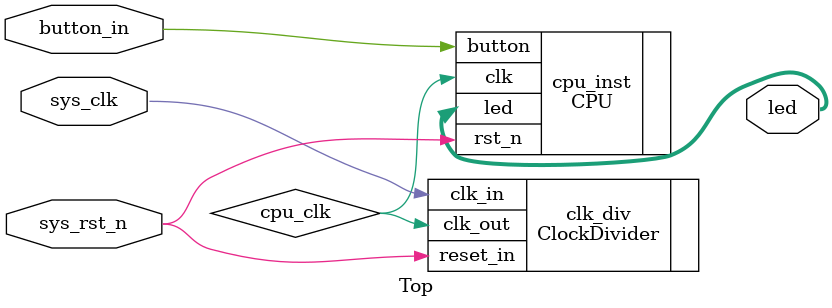
<source format=v>
module Top(
    input wire sys_clk,
    input wire sys_rst_n,
    input wire button_in,
    output wire [5:0] led
);

    wire cpu_clk;

    ClockDivider clk_div (
        .clk_in(sys_clk),
        .reset_in(sys_rst_n),
        .clk_out(cpu_clk)
    );

    CPU cpu_inst (
        .clk(cpu_clk),
        .rst_n(sys_rst_n),
        .button(button_in),
        .led(led)
    );
endmodule

</source>
